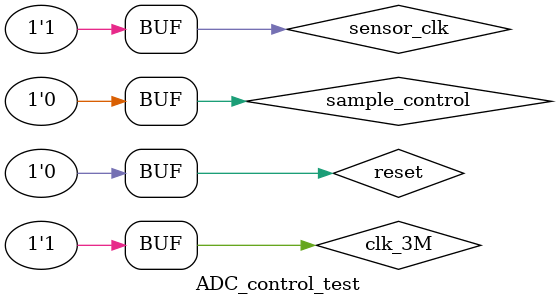
<source format=v>
`timescale 1ns / 1ps


module ADC_control_test;

	// Inputs
	reg Data1;
	reg Data2;
	reg clk_3M;
	reg sensor_clk;
	reg sample_control;
	reg reset;
	reg [3:0]counter;
	reg en;

	// Outputs
	wire ADC_clk;
	wire chip_select;
	wire [11:0] pdata1;
	wire [11:0] pdata2;

	// Instantiate the Unit Under Test (UUT)
	ADC_control uut (
		.Data1(Data1), 
		.Data2(Data2), 
		.clk_3M(clk_3M), 
		.sensor_clk(sensor_clk), 
		.sample_control(sample_control), 
		.reset(reset), 
		.ADC_clk(ADC_clk), 
		.chip_select(chip_select), 
		.pdata1(pdata1), 
		.pdata2(pdata2)
	);
	
	always
	begin
		clk_3M = 0;
		#160;
		clk_3M = 1;
		#160;
	end
	
	always
	begin
		sensor_clk = 0;
		#31840;
		sensor_clk = 1;
		#160;
	end

	always @(posedge chip_select)
	begin
		en <=1;
	end
	
	always @(negedge ADC_clk)
	begin
		if(en)
		begin
			if(counter > 0)
			begin
				Data1 <= ~Data1;
				Data2 <= ~Data2;
				counter <= counter - 1'b1;
			end
			else
			begin
				en <= 0;
				counter <= 15;
			end
		end
	end

	initial begin
		// Initialize Inputs
		Data1 = 0;
		Data2 = 0;
		clk_3M = 0;
		sensor_clk = 0;
		sample_control = 0;
		reset = 0;
		counter = 15;
		en = 0;

		// Wait 100 ns for global reset to finish
		#100;
        
		reset = 1;
		#10
		reset = 0;
		// Add stimulus here
		#31730;
		sample_control = 1;
		#32000;
		sample_control = 0;

	end
      
endmodule


</source>
